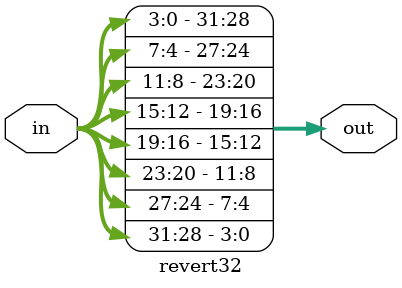
<source format=v>
module revert32(in, out);
	input [31:0] in;
	output [31:0] out;
	
	assign out = {in[3:0], in[7:4], in[11:8], in[15:12], in[19:16], in[23:20], in[27:24], in[31:28]};
	
endmodule

</source>
